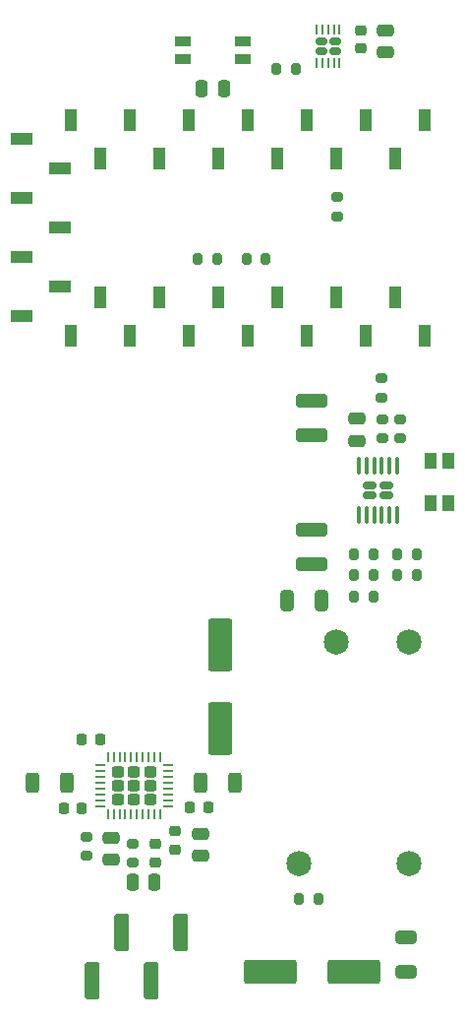
<source format=gbr>
%TF.GenerationSoftware,KiCad,Pcbnew,7.0.6*%
%TF.CreationDate,2023-12-03T11:26:54-05:00*%
%TF.ProjectId,oe-commutator-controller,6f652d63-6f6d-46d7-9574-61746f722d63,C*%
%TF.SameCoordinates,Original*%
%TF.FileFunction,Paste,Top*%
%TF.FilePolarity,Positive*%
%FSLAX46Y46*%
G04 Gerber Fmt 4.6, Leading zero omitted, Abs format (unit mm)*
G04 Created by KiCad (PCBNEW 7.0.6) date 2023-12-03 11:26:54*
%MOMM*%
%LPD*%
G01*
G04 APERTURE LIST*
G04 Aperture macros list*
%AMRoundRect*
0 Rectangle with rounded corners*
0 $1 Rounding radius*
0 $2 $3 $4 $5 $6 $7 $8 $9 X,Y pos of 4 corners*
0 Add a 4 corners polygon primitive as box body*
4,1,4,$2,$3,$4,$5,$6,$7,$8,$9,$2,$3,0*
0 Add four circle primitives for the rounded corners*
1,1,$1+$1,$2,$3*
1,1,$1+$1,$4,$5*
1,1,$1+$1,$6,$7*
1,1,$1+$1,$8,$9*
0 Add four rect primitives between the rounded corners*
20,1,$1+$1,$2,$3,$4,$5,0*
20,1,$1+$1,$4,$5,$6,$7,0*
20,1,$1+$1,$6,$7,$8,$9,0*
20,1,$1+$1,$8,$9,$2,$3,0*%
G04 Aperture macros list end*
%ADD10RoundRect,0.080000X-0.620000X-0.320000X0.620000X-0.320000X0.620000X0.320000X-0.620000X0.320000X0*%
%ADD11RoundRect,0.250000X0.475000X-0.250000X0.475000X0.250000X-0.475000X0.250000X-0.475000X-0.250000X0*%
%ADD12RoundRect,0.200000X0.200000X0.275000X-0.200000X0.275000X-0.200000X-0.275000X0.200000X-0.275000X0*%
%ADD13RoundRect,0.127000X0.508000X1.463000X-0.508000X1.463000X-0.508000X-1.463000X0.508000X-1.463000X0*%
%ADD14RoundRect,0.200000X-0.275000X0.200000X-0.275000X-0.200000X0.275000X-0.200000X0.275000X0.200000X0*%
%ADD15RoundRect,0.250000X-0.650000X0.325000X-0.650000X-0.325000X0.650000X-0.325000X0.650000X0.325000X0*%
%ADD16RoundRect,0.250000X0.250000X0.475000X-0.250000X0.475000X-0.250000X-0.475000X0.250000X-0.475000X0*%
%ADD17RoundRect,0.105000X-0.420000X0.595000X-0.420000X-0.595000X0.420000X-0.595000X0.420000X0.595000X0*%
%ADD18RoundRect,0.200000X0.275000X-0.200000X0.275000X0.200000X-0.275000X0.200000X-0.275000X-0.200000X0*%
%ADD19RoundRect,0.242500X-0.307500X0.242500X-0.307500X-0.242500X0.307500X-0.242500X0.307500X0.242500X0*%
%ADD20RoundRect,0.062500X-0.062500X0.362500X-0.062500X-0.362500X0.062500X-0.362500X0.062500X0.362500X0*%
%ADD21RoundRect,0.062500X-0.362500X0.062500X-0.362500X-0.062500X0.362500X-0.062500X0.362500X0.062500X0*%
%ADD22RoundRect,0.200000X-0.200000X-0.275000X0.200000X-0.275000X0.200000X0.275000X-0.200000X0.275000X0*%
%ADD23RoundRect,0.250000X-0.475000X0.250000X-0.475000X-0.250000X0.475000X-0.250000X0.475000X0.250000X0*%
%ADD24RoundRect,0.225000X0.225000X0.250000X-0.225000X0.250000X-0.225000X-0.250000X0.225000X-0.250000X0*%
%ADD25RoundRect,0.225000X-0.250000X0.225000X-0.250000X-0.225000X0.250000X-0.225000X0.250000X0.225000X0*%
%ADD26RoundRect,0.250000X-0.325000X-0.650000X0.325000X-0.650000X0.325000X0.650000X-0.325000X0.650000X0*%
%ADD27RoundRect,0.250000X0.312500X0.625000X-0.312500X0.625000X-0.312500X-0.625000X0.312500X-0.625000X0*%
%ADD28RoundRect,0.250001X1.999999X0.799999X-1.999999X0.799999X-1.999999X-0.799999X1.999999X-0.799999X0*%
%ADD29RoundRect,0.167500X0.407500X-0.167500X0.407500X0.167500X-0.407500X0.167500X-0.407500X-0.167500X0*%
%ADD30RoundRect,0.100000X0.100000X-0.625000X0.100000X0.625000X-0.100000X0.625000X-0.100000X-0.625000X0*%
%ADD31RoundRect,0.250000X1.100000X-0.325000X1.100000X0.325000X-1.100000X0.325000X-1.100000X-0.325000X0*%
%ADD32RoundRect,0.250000X-0.250000X-0.475000X0.250000X-0.475000X0.250000X0.475000X-0.250000X0.475000X0*%
%ADD33R,1.000000X1.900000*%
%ADD34R,1.900000X1.000000*%
%ADD35RoundRect,0.167500X-0.312500X0.167500X-0.312500X-0.167500X0.312500X-0.167500X0.312500X0.167500X0*%
%ADD36RoundRect,0.225000X-0.225000X-0.250000X0.225000X-0.250000X0.225000X0.250000X-0.225000X0.250000X0*%
%ADD37C,2.160000*%
%ADD38RoundRect,0.250000X-0.312500X-0.625000X0.312500X-0.625000X0.312500X0.625000X-0.312500X0.625000X0*%
%ADD39RoundRect,0.250001X-0.799999X1.999999X-0.799999X-1.999999X0.799999X-1.999999X0.799999X1.999999X0*%
G04 APERTURE END LIST*
D10*
%TO.C,D1*%
X120900000Y-61475000D03*
X126100000Y-61475000D03*
X126100000Y-60025000D03*
X120900000Y-60025000D03*
%TD*%
D11*
%TO.C,C17*%
X135900000Y-94350000D03*
X135900000Y-92450000D03*
%TD*%
D12*
%TO.C,R4*%
X128025000Y-78700000D03*
X126375000Y-78700000D03*
%TD*%
D13*
%TO.C,J1*%
X120710000Y-136600000D03*
X118170000Y-140800000D03*
X115630000Y-136600000D03*
X113090000Y-140800000D03*
%TD*%
D14*
%TO.C,R9*%
X138100000Y-92475000D03*
X138100000Y-94125000D03*
%TD*%
D15*
%TO.C,C15*%
X140100000Y-137025000D03*
X140100000Y-139975000D03*
%TD*%
D16*
%TO.C,C6*%
X124450000Y-64050000D03*
X122550000Y-64050000D03*
%TD*%
D17*
%TO.C,S5*%
X142275000Y-96100000D03*
X142275000Y-99700000D03*
X143725000Y-99700000D03*
X143725000Y-96100000D03*
%TD*%
D18*
%TO.C,R1*%
X116600000Y-130625000D03*
X116600000Y-128975000D03*
%TD*%
D19*
%TO.C,U3*%
X118070000Y-122800000D03*
X116700000Y-122800000D03*
X115330000Y-122800000D03*
X118070000Y-124000000D03*
X116700000Y-124000000D03*
X115330000Y-124000000D03*
X118070000Y-125200000D03*
X116700000Y-125200000D03*
X115330000Y-125200000D03*
D20*
X118950000Y-121550000D03*
X118450000Y-121550000D03*
X117950000Y-121550000D03*
X117450000Y-121550000D03*
X116950000Y-121550000D03*
X116450000Y-121550000D03*
X115950000Y-121550000D03*
X115450000Y-121550000D03*
X114950000Y-121550000D03*
X114450000Y-121550000D03*
D21*
X113750000Y-122250000D03*
X113750000Y-122750000D03*
X113750000Y-123250000D03*
X113750000Y-123750000D03*
X113750000Y-124250000D03*
X113750000Y-124750000D03*
X113750000Y-125250000D03*
X113750000Y-125750000D03*
D20*
X114450000Y-126450000D03*
X114950000Y-126450000D03*
X115450000Y-126450000D03*
X115950000Y-126450000D03*
X116450000Y-126450000D03*
X116950000Y-126450000D03*
X117450000Y-126450000D03*
X117950000Y-126450000D03*
X118450000Y-126450000D03*
X118950000Y-126450000D03*
D21*
X119650000Y-125750000D03*
X119650000Y-125250000D03*
X119650000Y-124750000D03*
X119650000Y-124250000D03*
X119650000Y-123750000D03*
X119650000Y-123250000D03*
X119650000Y-122750000D03*
X119650000Y-122250000D03*
%TD*%
D22*
%TO.C,R11*%
X130925000Y-133700000D03*
X132575000Y-133700000D03*
%TD*%
%TO.C,R14*%
X139375000Y-105900000D03*
X141025000Y-105900000D03*
%TD*%
D23*
%TO.C,C4*%
X114700000Y-128450000D03*
X114700000Y-130350000D03*
%TD*%
D18*
%TO.C,R13*%
X138000000Y-90625000D03*
X138000000Y-88975000D03*
%TD*%
D22*
%TO.C,R15*%
X135675000Y-104100000D03*
X137325000Y-104100000D03*
%TD*%
D23*
%TO.C,C11*%
X138310000Y-60950000D03*
X138310000Y-59050000D03*
%TD*%
D24*
%TO.C,C5*%
X123087500Y-125850000D03*
X121537500Y-125850000D03*
%TD*%
D25*
%TO.C,C9*%
X136210000Y-59025000D03*
X136210000Y-60575000D03*
%TD*%
D26*
%TO.C,C14*%
X129875000Y-108050000D03*
X132825000Y-108050000D03*
%TD*%
D11*
%TO.C,C8*%
X122412500Y-130025000D03*
X122412500Y-128125000D03*
%TD*%
D27*
%TO.C,R6*%
X110912500Y-123750000D03*
X107987500Y-123750000D03*
%TD*%
D18*
%TO.C,R2*%
X134175000Y-75025000D03*
X134175000Y-73375000D03*
%TD*%
D28*
%TO.C,C16*%
X135600000Y-140000000D03*
X128400000Y-140000000D03*
%TD*%
D29*
%TO.C,U5*%
X137000000Y-99000000D03*
X138420000Y-99000000D03*
X137000000Y-98180000D03*
X138420000Y-98180000D03*
D30*
X136085000Y-100740000D03*
X136735000Y-100740000D03*
X137385000Y-100740000D03*
X138035000Y-100740000D03*
X138685000Y-100740000D03*
X139335000Y-100740000D03*
X139335000Y-96440000D03*
X138685000Y-96440000D03*
X138035000Y-96440000D03*
X137385000Y-96440000D03*
X136735000Y-96440000D03*
X136085000Y-96440000D03*
%TD*%
D22*
%TO.C,R5*%
X128975000Y-62400000D03*
X130625000Y-62400000D03*
%TD*%
D25*
%TO.C,C1*%
X120200000Y-127925000D03*
X120200000Y-129475000D03*
%TD*%
D31*
%TO.C,C18*%
X132000000Y-93875000D03*
X132000000Y-90925000D03*
%TD*%
%TO.C,C12*%
X132000000Y-104975000D03*
X132000000Y-102025000D03*
%TD*%
D32*
%TO.C,C3*%
X116550000Y-132300000D03*
X118450000Y-132300000D03*
%TD*%
D14*
%TO.C,R12*%
X139600000Y-92475000D03*
X139600000Y-94125000D03*
%TD*%
D33*
%TO.C,U1*%
X141730000Y-66730000D03*
X139190000Y-70030000D03*
X136650000Y-66730000D03*
X134110000Y-70030000D03*
X131570000Y-66730000D03*
X129030000Y-70030000D03*
X126490000Y-66730000D03*
X123950000Y-70030000D03*
X121410000Y-66730000D03*
X118870000Y-70030000D03*
X116330000Y-66730000D03*
X113790000Y-70030000D03*
X111250000Y-66730000D03*
D34*
X107060000Y-68380000D03*
X107060000Y-83620000D03*
D33*
X111250000Y-85270000D03*
X113790000Y-81970000D03*
X116330000Y-85270000D03*
X118870000Y-81970000D03*
X121410000Y-85270000D03*
X123950000Y-81970000D03*
X126490000Y-85270000D03*
X129030000Y-81970000D03*
X131570000Y-85270000D03*
X134110000Y-81970000D03*
X136650000Y-85270000D03*
X139190000Y-81970000D03*
X141730000Y-85270000D03*
D34*
X110360000Y-70920000D03*
X107060000Y-73460000D03*
X110360000Y-76000000D03*
X107060000Y-78540000D03*
X110360000Y-81080000D03*
%TD*%
D35*
%TO.C,U2*%
X134000000Y-60000000D03*
X132810000Y-60000000D03*
X134000000Y-60820000D03*
X132810000Y-60820000D03*
D20*
X134405000Y-58960000D03*
X133905000Y-58960000D03*
X133405000Y-58960000D03*
X132905000Y-58960000D03*
X132405000Y-58960000D03*
X132405000Y-61860000D03*
X132905000Y-61860000D03*
X133405000Y-61860000D03*
X133905000Y-61860000D03*
X134405000Y-61860000D03*
%TD*%
D22*
%TO.C,R3*%
X122175000Y-78700000D03*
X123825000Y-78700000D03*
%TD*%
%TO.C,R10*%
X135675000Y-107700000D03*
X137325000Y-107700000D03*
%TD*%
D25*
%TO.C,C10*%
X118500000Y-129025000D03*
X118500000Y-130575000D03*
%TD*%
D36*
%TO.C,C7*%
X110637500Y-125950000D03*
X112187500Y-125950000D03*
%TD*%
D37*
%TO.C,U4*%
X140410000Y-111620000D03*
X134070000Y-111620000D03*
X130890000Y-130680000D03*
X140410000Y-130680000D03*
%TD*%
D24*
%TO.C,C2*%
X113775000Y-120000000D03*
X112225000Y-120000000D03*
%TD*%
D12*
%TO.C,R16*%
X137325000Y-105900000D03*
X135675000Y-105900000D03*
%TD*%
D22*
%TO.C,R17*%
X139375000Y-104100000D03*
X141025000Y-104100000D03*
%TD*%
D18*
%TO.C,R8*%
X112600000Y-130025000D03*
X112600000Y-128375000D03*
%TD*%
D38*
%TO.C,R7*%
X122450000Y-123750000D03*
X125375000Y-123750000D03*
%TD*%
D39*
%TO.C,C13*%
X124100000Y-111900000D03*
X124100000Y-119100000D03*
%TD*%
M02*

</source>
